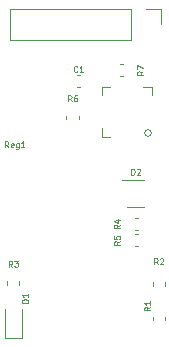
<source format=gbr>
%TF.GenerationSoftware,KiCad,Pcbnew,(5.1.9-0-10_14)*%
%TF.CreationDate,2021-08-07T10:58:46+01:00*%
%TF.ProjectId,Shelly,5368656c-6c79-42e6-9b69-6361645f7063,4*%
%TF.SameCoordinates,Original*%
%TF.FileFunction,Legend,Top*%
%TF.FilePolarity,Positive*%
%FSLAX46Y46*%
G04 Gerber Fmt 4.6, Leading zero omitted, Abs format (unit mm)*
G04 Created by KiCad (PCBNEW (5.1.9-0-10_14)) date 2021-08-07 10:58:46*
%MOMM*%
%LPD*%
G01*
G04 APERTURE LIST*
%ADD10C,0.120000*%
%ADD11C,0.080000*%
%ADD12C,0.100000*%
G04 APERTURE END LIST*
D10*
%TO.C,R7*%
X180315580Y-60510000D02*
X180034420Y-60510000D01*
X180315580Y-59490000D02*
X180034420Y-59490000D01*
%TO.C,D2*%
X182050000Y-69240000D02*
X180150000Y-69240000D01*
X180650000Y-71560000D02*
X182050000Y-71560000D01*
%TO.C,U1*%
X179215000Y-65610000D02*
X178490000Y-65610000D01*
X178490000Y-65610000D02*
X178490000Y-64885000D01*
X181985000Y-61390000D02*
X182710000Y-61390000D01*
X182710000Y-61390000D02*
X182710000Y-62115000D01*
X179215000Y-61390000D02*
X178490000Y-61390000D01*
X178490000Y-61390000D02*
X178490000Y-62115000D01*
X182682843Y-65300000D02*
G75*
G03*
X182682843Y-65300000I-282843J0D01*
G01*
%TO.C,J1*%
X170710000Y-54770000D02*
X170710000Y-57430000D01*
X180930000Y-54770000D02*
X170710000Y-54770000D01*
X180930000Y-57430000D02*
X170710000Y-57430000D01*
X180930000Y-54770000D02*
X180930000Y-57430000D01*
X182200000Y-54770000D02*
X183530000Y-54770000D01*
X183530000Y-54770000D02*
X183530000Y-56100000D01*
%TO.C,R6*%
X176510000Y-63859420D02*
X176510000Y-64140580D01*
X175490000Y-63859420D02*
X175490000Y-64140580D01*
%TO.C,R5*%
X181259420Y-73890000D02*
X181540580Y-73890000D01*
X181259420Y-74910000D02*
X181540580Y-74910000D01*
%TO.C,R4*%
X181259420Y-72490000D02*
X181540580Y-72490000D01*
X181259420Y-73510000D02*
X181540580Y-73510000D01*
%TO.C,R3*%
X171510000Y-77859420D02*
X171510000Y-78140580D01*
X170490000Y-77859420D02*
X170490000Y-78140580D01*
%TO.C,R2*%
X182790000Y-78240580D02*
X182790000Y-77959420D01*
X183810000Y-78240580D02*
X183810000Y-77959420D01*
%TO.C,R1*%
X183810000Y-80859420D02*
X183810000Y-81140580D01*
X182790000Y-80859420D02*
X182790000Y-81140580D01*
%TO.C,C1*%
X176640580Y-61410000D02*
X176359420Y-61410000D01*
X176640580Y-60390000D02*
X176359420Y-60390000D01*
%TO.C,D1*%
X170265000Y-80200000D02*
X170265000Y-82660000D01*
X170265000Y-82660000D02*
X171735000Y-82660000D01*
X171735000Y-82660000D02*
X171735000Y-80200000D01*
%TO.C,R7*%
D11*
X182001190Y-60083333D02*
X181763095Y-60250000D01*
X182001190Y-60369047D02*
X181501190Y-60369047D01*
X181501190Y-60178571D01*
X181525000Y-60130952D01*
X181548809Y-60107142D01*
X181596428Y-60083333D01*
X181667857Y-60083333D01*
X181715476Y-60107142D01*
X181739285Y-60130952D01*
X181763095Y-60178571D01*
X181763095Y-60369047D01*
X181501190Y-59916666D02*
X181501190Y-59583333D01*
X182001190Y-59797619D01*
%TO.C,D2*%
X180980952Y-68826190D02*
X180980952Y-68326190D01*
X181100000Y-68326190D01*
X181171428Y-68350000D01*
X181219047Y-68397619D01*
X181242857Y-68445238D01*
X181266666Y-68540476D01*
X181266666Y-68611904D01*
X181242857Y-68707142D01*
X181219047Y-68754761D01*
X181171428Y-68802380D01*
X181100000Y-68826190D01*
X180980952Y-68826190D01*
X181457142Y-68373809D02*
X181480952Y-68350000D01*
X181528571Y-68326190D01*
X181647619Y-68326190D01*
X181695238Y-68350000D01*
X181719047Y-68373809D01*
X181742857Y-68421428D01*
X181742857Y-68469047D01*
X181719047Y-68540476D01*
X181433333Y-68826190D01*
X181742857Y-68826190D01*
%TO.C,Reg1*%
D12*
X170579761Y-66516190D02*
X170413095Y-66278095D01*
X170294047Y-66516190D02*
X170294047Y-66016190D01*
X170484523Y-66016190D01*
X170532142Y-66040000D01*
X170555952Y-66063809D01*
X170579761Y-66111428D01*
X170579761Y-66182857D01*
X170555952Y-66230476D01*
X170532142Y-66254285D01*
X170484523Y-66278095D01*
X170294047Y-66278095D01*
X170984523Y-66492380D02*
X170936904Y-66516190D01*
X170841666Y-66516190D01*
X170794047Y-66492380D01*
X170770238Y-66444761D01*
X170770238Y-66254285D01*
X170794047Y-66206666D01*
X170841666Y-66182857D01*
X170936904Y-66182857D01*
X170984523Y-66206666D01*
X171008333Y-66254285D01*
X171008333Y-66301904D01*
X170770238Y-66349523D01*
X171436904Y-66182857D02*
X171436904Y-66587619D01*
X171413095Y-66635238D01*
X171389285Y-66659047D01*
X171341666Y-66682857D01*
X171270238Y-66682857D01*
X171222619Y-66659047D01*
X171436904Y-66492380D02*
X171389285Y-66516190D01*
X171294047Y-66516190D01*
X171246428Y-66492380D01*
X171222619Y-66468571D01*
X171198809Y-66420952D01*
X171198809Y-66278095D01*
X171222619Y-66230476D01*
X171246428Y-66206666D01*
X171294047Y-66182857D01*
X171389285Y-66182857D01*
X171436904Y-66206666D01*
X171936904Y-66516190D02*
X171651190Y-66516190D01*
X171794047Y-66516190D02*
X171794047Y-66016190D01*
X171746428Y-66087619D01*
X171698809Y-66135238D01*
X171651190Y-66159047D01*
%TO.C,R6*%
D11*
X175916666Y-62626190D02*
X175750000Y-62388095D01*
X175630952Y-62626190D02*
X175630952Y-62126190D01*
X175821428Y-62126190D01*
X175869047Y-62150000D01*
X175892857Y-62173809D01*
X175916666Y-62221428D01*
X175916666Y-62292857D01*
X175892857Y-62340476D01*
X175869047Y-62364285D01*
X175821428Y-62388095D01*
X175630952Y-62388095D01*
X176345238Y-62126190D02*
X176250000Y-62126190D01*
X176202380Y-62150000D01*
X176178571Y-62173809D01*
X176130952Y-62245238D01*
X176107142Y-62340476D01*
X176107142Y-62530952D01*
X176130952Y-62578571D01*
X176154761Y-62602380D01*
X176202380Y-62626190D01*
X176297619Y-62626190D01*
X176345238Y-62602380D01*
X176369047Y-62578571D01*
X176392857Y-62530952D01*
X176392857Y-62411904D01*
X176369047Y-62364285D01*
X176345238Y-62340476D01*
X176297619Y-62316666D01*
X176202380Y-62316666D01*
X176154761Y-62340476D01*
X176130952Y-62364285D01*
X176107142Y-62411904D01*
%TO.C,R5*%
X180026190Y-74483333D02*
X179788095Y-74650000D01*
X180026190Y-74769047D02*
X179526190Y-74769047D01*
X179526190Y-74578571D01*
X179550000Y-74530952D01*
X179573809Y-74507142D01*
X179621428Y-74483333D01*
X179692857Y-74483333D01*
X179740476Y-74507142D01*
X179764285Y-74530952D01*
X179788095Y-74578571D01*
X179788095Y-74769047D01*
X179526190Y-74030952D02*
X179526190Y-74269047D01*
X179764285Y-74292857D01*
X179740476Y-74269047D01*
X179716666Y-74221428D01*
X179716666Y-74102380D01*
X179740476Y-74054761D01*
X179764285Y-74030952D01*
X179811904Y-74007142D01*
X179930952Y-74007142D01*
X179978571Y-74030952D01*
X180002380Y-74054761D01*
X180026190Y-74102380D01*
X180026190Y-74221428D01*
X180002380Y-74269047D01*
X179978571Y-74292857D01*
%TO.C,R4*%
X180026190Y-73083333D02*
X179788095Y-73250000D01*
X180026190Y-73369047D02*
X179526190Y-73369047D01*
X179526190Y-73178571D01*
X179550000Y-73130952D01*
X179573809Y-73107142D01*
X179621428Y-73083333D01*
X179692857Y-73083333D01*
X179740476Y-73107142D01*
X179764285Y-73130952D01*
X179788095Y-73178571D01*
X179788095Y-73369047D01*
X179692857Y-72654761D02*
X180026190Y-72654761D01*
X179502380Y-72773809D02*
X179859523Y-72892857D01*
X179859523Y-72583333D01*
%TO.C,R3*%
X170916666Y-76626190D02*
X170750000Y-76388095D01*
X170630952Y-76626190D02*
X170630952Y-76126190D01*
X170821428Y-76126190D01*
X170869047Y-76150000D01*
X170892857Y-76173809D01*
X170916666Y-76221428D01*
X170916666Y-76292857D01*
X170892857Y-76340476D01*
X170869047Y-76364285D01*
X170821428Y-76388095D01*
X170630952Y-76388095D01*
X171083333Y-76126190D02*
X171392857Y-76126190D01*
X171226190Y-76316666D01*
X171297619Y-76316666D01*
X171345238Y-76340476D01*
X171369047Y-76364285D01*
X171392857Y-76411904D01*
X171392857Y-76530952D01*
X171369047Y-76578571D01*
X171345238Y-76602380D01*
X171297619Y-76626190D01*
X171154761Y-76626190D01*
X171107142Y-76602380D01*
X171083333Y-76578571D01*
%TO.C,R2*%
X183216666Y-76426190D02*
X183050000Y-76188095D01*
X182930952Y-76426190D02*
X182930952Y-75926190D01*
X183121428Y-75926190D01*
X183169047Y-75950000D01*
X183192857Y-75973809D01*
X183216666Y-76021428D01*
X183216666Y-76092857D01*
X183192857Y-76140476D01*
X183169047Y-76164285D01*
X183121428Y-76188095D01*
X182930952Y-76188095D01*
X183407142Y-75973809D02*
X183430952Y-75950000D01*
X183478571Y-75926190D01*
X183597619Y-75926190D01*
X183645238Y-75950000D01*
X183669047Y-75973809D01*
X183692857Y-76021428D01*
X183692857Y-76069047D01*
X183669047Y-76140476D01*
X183383333Y-76426190D01*
X183692857Y-76426190D01*
%TO.C,R1*%
X182576190Y-80033333D02*
X182338095Y-80200000D01*
X182576190Y-80319047D02*
X182076190Y-80319047D01*
X182076190Y-80128571D01*
X182100000Y-80080952D01*
X182123809Y-80057142D01*
X182171428Y-80033333D01*
X182242857Y-80033333D01*
X182290476Y-80057142D01*
X182314285Y-80080952D01*
X182338095Y-80128571D01*
X182338095Y-80319047D01*
X182576190Y-79557142D02*
X182576190Y-79842857D01*
X182576190Y-79700000D02*
X182076190Y-79700000D01*
X182147619Y-79747619D01*
X182195238Y-79795238D01*
X182219047Y-79842857D01*
%TO.C,C1*%
X176416666Y-60078571D02*
X176392857Y-60102380D01*
X176321428Y-60126190D01*
X176273809Y-60126190D01*
X176202380Y-60102380D01*
X176154761Y-60054761D01*
X176130952Y-60007142D01*
X176107142Y-59911904D01*
X176107142Y-59840476D01*
X176130952Y-59745238D01*
X176154761Y-59697619D01*
X176202380Y-59650000D01*
X176273809Y-59626190D01*
X176321428Y-59626190D01*
X176392857Y-59650000D01*
X176416666Y-59673809D01*
X176892857Y-60126190D02*
X176607142Y-60126190D01*
X176750000Y-60126190D02*
X176750000Y-59626190D01*
X176702380Y-59697619D01*
X176654761Y-59745238D01*
X176607142Y-59769047D01*
%TO.C,D1*%
X172226190Y-79669047D02*
X171726190Y-79669047D01*
X171726190Y-79550000D01*
X171750000Y-79478571D01*
X171797619Y-79430952D01*
X171845238Y-79407142D01*
X171940476Y-79383333D01*
X172011904Y-79383333D01*
X172107142Y-79407142D01*
X172154761Y-79430952D01*
X172202380Y-79478571D01*
X172226190Y-79550000D01*
X172226190Y-79669047D01*
X172226190Y-78907142D02*
X172226190Y-79192857D01*
X172226190Y-79050000D02*
X171726190Y-79050000D01*
X171797619Y-79097619D01*
X171845238Y-79145238D01*
X171869047Y-79192857D01*
%TD*%
M02*

</source>
